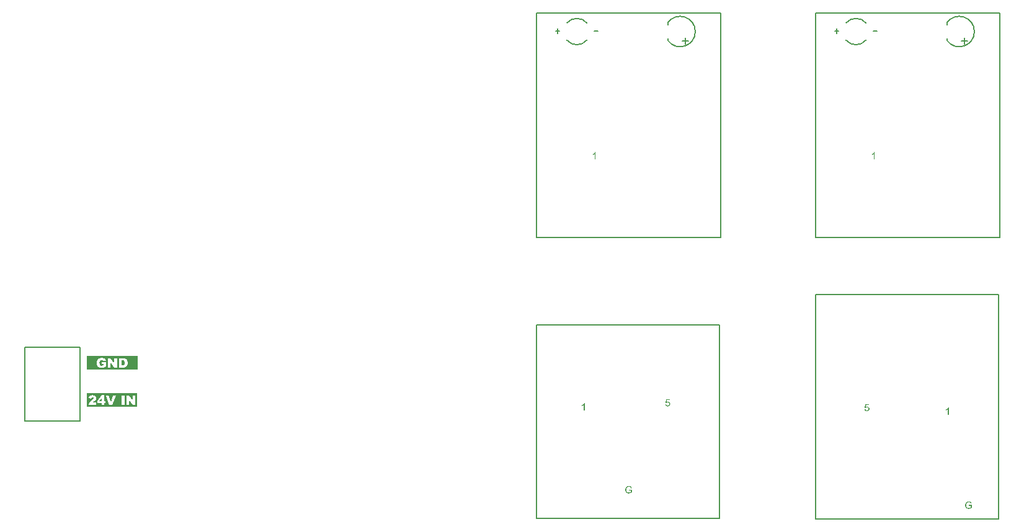
<source format=gto>
G04*
G04 #@! TF.GenerationSoftware,Altium Limited,Altium Designer,24.5.2 (23)*
G04*
G04 Layer_Color=65535*
%FSLAX44Y44*%
%MOMM*%
G71*
G04*
G04 #@! TF.SameCoordinates,BE5CC84F-6731-4C53-AAD9-C32198600D17*
G04*
G04*
G04 #@! TF.FilePolarity,Positive*
G04*
G01*
G75*
%ADD10C,0.1270*%
G36*
X155396Y394957D02*
X86289D01*
Y413335D01*
X155396D01*
Y394957D01*
D02*
G37*
G36*
X155363Y344263D02*
X86071D01*
Y362429D01*
X155363D01*
Y344263D01*
D02*
G37*
G36*
X766030Y339251D02*
X764831D01*
Y346878D01*
X764817Y346863D01*
X764747Y346807D01*
X764662Y346722D01*
X764521Y346624D01*
X764366Y346497D01*
X764169Y346356D01*
X763943Y346201D01*
X763690Y346046D01*
X763676D01*
X763661Y346032D01*
X763577Y345975D01*
X763436Y345905D01*
X763267Y345820D01*
X763069Y345722D01*
X762858Y345623D01*
X762646Y345524D01*
X762435Y345440D01*
Y346595D01*
X762449D01*
X762477Y346624D01*
X762534Y346638D01*
X762604Y346680D01*
X762689Y346722D01*
X762787Y346779D01*
X763027Y346920D01*
X763309Y347075D01*
X763591Y347272D01*
X763887Y347498D01*
X764183Y347737D01*
X764197Y347752D01*
X764211Y347766D01*
X764253Y347808D01*
X764310Y347850D01*
X764437Y347991D01*
X764606Y348160D01*
X764775Y348358D01*
X764958Y348583D01*
X765113Y348809D01*
X765254Y349048D01*
X766030D01*
Y339251D01*
D02*
G37*
G36*
X882232Y353241D02*
X878327D01*
X877806Y350604D01*
X877820Y350619D01*
X877848Y350633D01*
X877890Y350661D01*
X877961Y350703D01*
X878046Y350745D01*
X878144Y350802D01*
X878370Y350914D01*
X878652Y351027D01*
X878962Y351126D01*
X879300Y351197D01*
X879469Y351225D01*
X879779D01*
X879864Y351211D01*
X879977Y351197D01*
X880104Y351182D01*
X880245Y351154D01*
X880400Y351112D01*
X880738Y351013D01*
X880921Y350943D01*
X881105Y350844D01*
X881288Y350745D01*
X881471Y350633D01*
X881640Y350492D01*
X881809Y350337D01*
X881824Y350322D01*
X881852Y350294D01*
X881894Y350252D01*
X881950Y350182D01*
X882021Y350083D01*
X882091Y349984D01*
X882176Y349857D01*
X882261Y349716D01*
X882331Y349561D01*
X882416Y349392D01*
X882486Y349195D01*
X882557Y348997D01*
X882613Y348786D01*
X882655Y348546D01*
X882683Y348307D01*
X882698Y348053D01*
Y348039D01*
Y347996D01*
Y347926D01*
X882683Y347827D01*
X882669Y347715D01*
X882655Y347588D01*
X882627Y347433D01*
X882599Y347277D01*
X882514Y346911D01*
X882373Y346530D01*
X882289Y346333D01*
X882176Y346150D01*
X882063Y345952D01*
X881922Y345769D01*
X881908Y345755D01*
X881880Y345713D01*
X881824Y345656D01*
X881753Y345586D01*
X881654Y345501D01*
X881542Y345388D01*
X881401Y345290D01*
X881245Y345177D01*
X881076Y345064D01*
X880879Y344966D01*
X880668Y344867D01*
X880442Y344768D01*
X880202Y344698D01*
X879934Y344641D01*
X879653Y344599D01*
X879357Y344585D01*
X879230D01*
X879131Y344599D01*
X879018Y344613D01*
X878891Y344627D01*
X878736Y344641D01*
X878581Y344684D01*
X878229Y344768D01*
X877876Y344895D01*
X877693Y344980D01*
X877510Y345078D01*
X877341Y345191D01*
X877171Y345318D01*
X877157Y345332D01*
X877129Y345346D01*
X877101Y345403D01*
X877045Y345459D01*
X876974Y345530D01*
X876904Y345614D01*
X876819Y345727D01*
X876749Y345854D01*
X876664Y345981D01*
X876579Y346136D01*
X876424Y346474D01*
X876298Y346869D01*
X876255Y347080D01*
X876227Y347306D01*
X877482Y347404D01*
Y347390D01*
Y347362D01*
X877496Y347320D01*
X877510Y347249D01*
X877552Y347094D01*
X877608Y346883D01*
X877693Y346671D01*
X877806Y346432D01*
X877947Y346220D01*
X878116Y346023D01*
X878144Y346009D01*
X878201Y345952D01*
X878313Y345882D01*
X878468Y345797D01*
X878638Y345713D01*
X878849Y345642D01*
X879089Y345586D01*
X879357Y345572D01*
X879441D01*
X879498Y345586D01*
X879667Y345600D01*
X879864Y345656D01*
X880104Y345727D01*
X880343Y345840D01*
X880597Y346009D01*
X880710Y346107D01*
X880823Y346220D01*
X880837Y346234D01*
X880851Y346248D01*
X880879Y346291D01*
X880921Y346333D01*
X881020Y346488D01*
X881133Y346685D01*
X881231Y346925D01*
X881330Y347221D01*
X881401Y347574D01*
X881429Y347757D01*
Y347954D01*
Y347968D01*
Y347996D01*
Y348053D01*
X881415Y348123D01*
Y348208D01*
X881401Y348307D01*
X881358Y348532D01*
X881288Y348800D01*
X881189Y349068D01*
X881048Y349322D01*
X880851Y349561D01*
Y349575D01*
X880823Y349589D01*
X880752Y349660D01*
X880625Y349759D01*
X880456Y349871D01*
X880230Y349970D01*
X879977Y350069D01*
X879681Y350139D01*
X879512Y350167D01*
X879244D01*
X879131Y350153D01*
X878990Y350139D01*
X878821Y350097D01*
X878652Y350055D01*
X878468Y349984D01*
X878285Y349900D01*
X878271Y349885D01*
X878215Y349857D01*
X878130Y349787D01*
X878017Y349716D01*
X877905Y349618D01*
X877792Y349491D01*
X877665Y349364D01*
X877566Y349209D01*
X876439Y349364D01*
X877383Y354382D01*
X882232D01*
Y353241D01*
D02*
G37*
G36*
X826508Y236046D02*
X826621D01*
X826889Y236018D01*
X827185Y235976D01*
X827495Y235905D01*
X827833Y235821D01*
X828158Y235708D01*
X828172D01*
X828200Y235694D01*
X828242Y235680D01*
X828299Y235652D01*
X828454Y235567D01*
X828651Y235468D01*
X828863Y235327D01*
X829088Y235158D01*
X829300Y234975D01*
X829497Y234749D01*
X829525Y234721D01*
X829582Y234637D01*
X829666Y234510D01*
X829779Y234326D01*
X829892Y234101D01*
X830019Y233819D01*
X830145Y233509D01*
X830244Y233157D01*
X829074Y232846D01*
Y232860D01*
X829060Y232875D01*
X829046Y232917D01*
X829032Y232973D01*
X828989Y233100D01*
X828933Y233269D01*
X828848Y233467D01*
X828750Y233650D01*
X828651Y233847D01*
X828524Y234016D01*
X828510Y234030D01*
X828468Y234087D01*
X828383Y234157D01*
X828285Y234256D01*
X828158Y234369D01*
X827989Y234482D01*
X827805Y234594D01*
X827594Y234693D01*
X827566Y234707D01*
X827495Y234735D01*
X827368Y234778D01*
X827199Y234834D01*
X827002Y234876D01*
X826776Y234919D01*
X826523Y234947D01*
X826255Y234961D01*
X826100D01*
X826029Y234947D01*
X825945D01*
X825733Y234933D01*
X825493Y234890D01*
X825226Y234848D01*
X824972Y234778D01*
X824718Y234679D01*
X824690Y234665D01*
X824605Y234637D01*
X824492Y234566D01*
X824352Y234496D01*
X824182Y234383D01*
X823999Y234270D01*
X823830Y234129D01*
X823675Y233974D01*
X823661Y233960D01*
X823604Y233904D01*
X823534Y233805D01*
X823449Y233692D01*
X823351Y233551D01*
X823252Y233382D01*
X823153Y233199D01*
X823055Y233001D01*
Y232987D01*
X823040Y232959D01*
X823026Y232917D01*
X822998Y232846D01*
X822970Y232762D01*
X822942Y232663D01*
X822900Y232550D01*
X822871Y232423D01*
X822801Y232127D01*
X822745Y231789D01*
X822702Y231437D01*
X822688Y231042D01*
Y231028D01*
Y230986D01*
Y230915D01*
X822702Y230830D01*
Y230718D01*
X822716Y230577D01*
X822730Y230436D01*
X822745Y230281D01*
X822801Y229928D01*
X822871Y229562D01*
X822984Y229195D01*
X823125Y228843D01*
Y228829D01*
X823153Y228801D01*
X823167Y228758D01*
X823210Y228702D01*
X823308Y228547D01*
X823464Y228349D01*
X823647Y228138D01*
X823872Y227927D01*
X824140Y227729D01*
X824436Y227546D01*
X824450D01*
X824478Y227532D01*
X824521Y227504D01*
X824591Y227475D01*
X824662Y227447D01*
X824760Y227419D01*
X824986Y227334D01*
X825268Y227264D01*
X825578Y227193D01*
X825916Y227137D01*
X826269Y227123D01*
X826410D01*
X826494Y227137D01*
X826579D01*
X826790Y227165D01*
X827044Y227193D01*
X827312Y227250D01*
X827608Y227334D01*
X827904Y227433D01*
X827918D01*
X827946Y227447D01*
X827974Y227461D01*
X828031Y227489D01*
X828186Y227560D01*
X828355Y227645D01*
X828552Y227743D01*
X828764Y227856D01*
X828961Y227983D01*
X829130Y228124D01*
Y229956D01*
X826255D01*
Y231112D01*
X830399D01*
Y227489D01*
X830385Y227475D01*
X830357Y227461D01*
X830301Y227419D01*
X830230Y227363D01*
X830145Y227306D01*
X830047Y227236D01*
X829920Y227151D01*
X829793Y227067D01*
X829497Y226883D01*
X829159Y226686D01*
X828806Y226503D01*
X828426Y226348D01*
X828411D01*
X828383Y226334D01*
X828327Y226319D01*
X828256Y226291D01*
X828158Y226263D01*
X828045Y226221D01*
X827918Y226192D01*
X827791Y226164D01*
X827481Y226094D01*
X827129Y226023D01*
X826748Y225981D01*
X826353Y225967D01*
X826212D01*
X826114Y225981D01*
X825987D01*
X825832Y225995D01*
X825663Y226023D01*
X825479Y226038D01*
X825070Y226122D01*
X824633Y226221D01*
X824182Y226376D01*
X823957Y226460D01*
X823731Y226573D01*
X823717Y226587D01*
X823675Y226601D01*
X823618Y226644D01*
X823534Y226686D01*
X823435Y226756D01*
X823337Y226827D01*
X823069Y227024D01*
X822787Y227278D01*
X822491Y227588D01*
X822209Y227941D01*
X821955Y228349D01*
Y228363D01*
X821927Y228406D01*
X821899Y228462D01*
X821856Y228561D01*
X821814Y228659D01*
X821772Y228801D01*
X821715Y228941D01*
X821659Y229111D01*
X821603Y229294D01*
X821546Y229505D01*
X821504Y229717D01*
X821462Y229942D01*
X821391Y230436D01*
X821363Y230957D01*
Y230971D01*
Y231028D01*
Y231098D01*
X821377Y231197D01*
Y231324D01*
X821391Y231479D01*
X821419Y231634D01*
X821433Y231817D01*
X821476Y232015D01*
X821504Y232226D01*
X821617Y232677D01*
X821758Y233142D01*
X821955Y233608D01*
X821969Y233622D01*
X821983Y233664D01*
X822011Y233720D01*
X822068Y233805D01*
X822124Y233918D01*
X822195Y234030D01*
X822392Y234298D01*
X822632Y234608D01*
X822928Y234904D01*
X823266Y235201D01*
X823464Y235327D01*
X823661Y235454D01*
X823675Y235468D01*
X823717Y235483D01*
X823774Y235511D01*
X823858Y235553D01*
X823971Y235595D01*
X824098Y235652D01*
X824239Y235708D01*
X824408Y235764D01*
X824591Y235821D01*
X824789Y235863D01*
X825000Y235919D01*
X825226Y235962D01*
X825719Y236032D01*
X825973Y236060D01*
X826424D01*
X826508Y236046D01*
D02*
G37*
G36*
X780889Y681959D02*
X779690D01*
Y689585D01*
X779676Y689571D01*
X779606Y689515D01*
X779521Y689430D01*
X779380Y689332D01*
X779225Y689205D01*
X779028Y689064D01*
X778802Y688909D01*
X778549Y688754D01*
X778534D01*
X778520Y688740D01*
X778436Y688683D01*
X778295Y688613D01*
X778126Y688528D01*
X777928Y688429D01*
X777717Y688331D01*
X777505Y688232D01*
X777294Y688148D01*
Y689304D01*
X777308D01*
X777336Y689332D01*
X777393Y689346D01*
X777463Y689388D01*
X777548Y689430D01*
X777646Y689487D01*
X777886Y689628D01*
X778168Y689783D01*
X778450Y689980D01*
X778746Y690206D01*
X779042Y690445D01*
X779056Y690460D01*
X779070Y690474D01*
X779112Y690516D01*
X779169Y690558D01*
X779296Y690699D01*
X779465Y690868D01*
X779634Y691066D01*
X779817Y691291D01*
X779972Y691517D01*
X780113Y691756D01*
X780889D01*
Y681959D01*
D02*
G37*
G36*
X1161889D02*
X1160691D01*
Y689585D01*
X1160676Y689571D01*
X1160606Y689515D01*
X1160521Y689430D01*
X1160380Y689332D01*
X1160225Y689205D01*
X1160028Y689064D01*
X1159802Y688909D01*
X1159549Y688754D01*
X1159535D01*
X1159520Y688740D01*
X1159436Y688683D01*
X1159295Y688613D01*
X1159126Y688528D01*
X1158928Y688429D01*
X1158717Y688331D01*
X1158505Y688232D01*
X1158294Y688148D01*
Y689304D01*
X1158308D01*
X1158336Y689332D01*
X1158393Y689346D01*
X1158463Y689388D01*
X1158548Y689430D01*
X1158646Y689487D01*
X1158886Y689628D01*
X1159168Y689783D01*
X1159450Y689980D01*
X1159746Y690206D01*
X1160042Y690445D01*
X1160056Y690460D01*
X1160070Y690474D01*
X1160113Y690516D01*
X1160169Y690558D01*
X1160296Y690699D01*
X1160465Y690868D01*
X1160634Y691066D01*
X1160817Y691291D01*
X1160972Y691517D01*
X1161113Y691756D01*
X1161889D01*
Y681959D01*
D02*
G37*
G36*
X1262981Y333132D02*
X1261783D01*
Y340759D01*
X1261768Y340744D01*
X1261698Y340688D01*
X1261613Y340603D01*
X1261472Y340505D01*
X1261317Y340378D01*
X1261120Y340237D01*
X1260894Y340082D01*
X1260641Y339927D01*
X1260627D01*
X1260612Y339913D01*
X1260528Y339856D01*
X1260387Y339786D01*
X1260218Y339701D01*
X1260020Y339603D01*
X1259809Y339504D01*
X1259597Y339405D01*
X1259386Y339321D01*
Y340476D01*
X1259400D01*
X1259428Y340505D01*
X1259485Y340519D01*
X1259555Y340561D01*
X1259640Y340603D01*
X1259738Y340660D01*
X1259978Y340801D01*
X1260260Y340956D01*
X1260542Y341153D01*
X1260838Y341379D01*
X1261134Y341618D01*
X1261148Y341632D01*
X1261162Y341647D01*
X1261205Y341689D01*
X1261261Y341731D01*
X1261388Y341872D01*
X1261557Y342041D01*
X1261726Y342239D01*
X1261909Y342464D01*
X1262064Y342690D01*
X1262205Y342929D01*
X1262981D01*
Y333132D01*
D02*
G37*
G36*
X1154139Y346614D02*
X1150235D01*
X1149713Y343977D01*
X1149727Y343992D01*
X1149755Y344006D01*
X1149797Y344034D01*
X1149868Y344076D01*
X1149952Y344118D01*
X1150051Y344175D01*
X1150277Y344288D01*
X1150559Y344400D01*
X1150869Y344499D01*
X1151207Y344570D01*
X1151376Y344598D01*
X1151686D01*
X1151771Y344584D01*
X1151884Y344570D01*
X1152011Y344555D01*
X1152152Y344527D01*
X1152307Y344485D01*
X1152645Y344386D01*
X1152828Y344316D01*
X1153012Y344217D01*
X1153195Y344118D01*
X1153378Y344006D01*
X1153547Y343865D01*
X1153716Y343710D01*
X1153730Y343695D01*
X1153759Y343667D01*
X1153801Y343625D01*
X1153857Y343554D01*
X1153928Y343456D01*
X1153998Y343357D01*
X1154083Y343230D01*
X1154167Y343089D01*
X1154238Y342934D01*
X1154323Y342765D01*
X1154393Y342568D01*
X1154464Y342370D01*
X1154520Y342159D01*
X1154562Y341919D01*
X1154590Y341680D01*
X1154604Y341426D01*
Y341412D01*
Y341370D01*
Y341299D01*
X1154590Y341200D01*
X1154576Y341087D01*
X1154562Y340961D01*
X1154534Y340806D01*
X1154506Y340650D01*
X1154421Y340284D01*
X1154280Y339903D01*
X1154196Y339706D01*
X1154083Y339523D01*
X1153970Y339325D01*
X1153829Y339142D01*
X1153815Y339128D01*
X1153787Y339086D01*
X1153730Y339029D01*
X1153660Y338959D01*
X1153561Y338874D01*
X1153449Y338761D01*
X1153308Y338663D01*
X1153152Y338550D01*
X1152983Y338437D01*
X1152786Y338339D01*
X1152575Y338240D01*
X1152349Y338141D01*
X1152109Y338071D01*
X1151842Y338014D01*
X1151560Y337972D01*
X1151264Y337958D01*
X1151137D01*
X1151038Y337972D01*
X1150925Y337986D01*
X1150798Y338000D01*
X1150643Y338014D01*
X1150488Y338057D01*
X1150136Y338141D01*
X1149783Y338268D01*
X1149600Y338353D01*
X1149417Y338451D01*
X1149248Y338564D01*
X1149079Y338691D01*
X1149064Y338705D01*
X1149036Y338719D01*
X1149008Y338776D01*
X1148952Y338832D01*
X1148881Y338903D01*
X1148811Y338987D01*
X1148726Y339100D01*
X1148656Y339227D01*
X1148571Y339354D01*
X1148486Y339509D01*
X1148331Y339847D01*
X1148204Y340242D01*
X1148162Y340453D01*
X1148134Y340679D01*
X1149389Y340777D01*
Y340763D01*
Y340735D01*
X1149403Y340693D01*
X1149417Y340622D01*
X1149459Y340467D01*
X1149516Y340256D01*
X1149600Y340044D01*
X1149713Y339805D01*
X1149854Y339593D01*
X1150023Y339396D01*
X1150051Y339382D01*
X1150108Y339325D01*
X1150220Y339255D01*
X1150375Y339170D01*
X1150545Y339086D01*
X1150756Y339015D01*
X1150996Y338959D01*
X1151264Y338945D01*
X1151348D01*
X1151404Y338959D01*
X1151574Y338973D01*
X1151771Y339029D01*
X1152011Y339100D01*
X1152250Y339213D01*
X1152504Y339382D01*
X1152617Y339481D01*
X1152730Y339593D01*
X1152744Y339607D01*
X1152758Y339621D01*
X1152786Y339664D01*
X1152828Y339706D01*
X1152927Y339861D01*
X1153040Y340059D01*
X1153138Y340298D01*
X1153237Y340594D01*
X1153308Y340947D01*
X1153336Y341130D01*
Y341327D01*
Y341341D01*
Y341370D01*
Y341426D01*
X1153322Y341496D01*
Y341581D01*
X1153308Y341680D01*
X1153265Y341905D01*
X1153195Y342173D01*
X1153096Y342441D01*
X1152955Y342695D01*
X1152758Y342934D01*
Y342948D01*
X1152730Y342962D01*
X1152659Y343033D01*
X1152532Y343132D01*
X1152363Y343244D01*
X1152138Y343343D01*
X1151884Y343442D01*
X1151588Y343512D01*
X1151419Y343540D01*
X1151151D01*
X1151038Y343526D01*
X1150897Y343512D01*
X1150728Y343470D01*
X1150559Y343428D01*
X1150375Y343357D01*
X1150192Y343273D01*
X1150178Y343259D01*
X1150122Y343230D01*
X1150037Y343160D01*
X1149924Y343089D01*
X1149811Y342991D01*
X1149699Y342864D01*
X1149572Y342737D01*
X1149473Y342582D01*
X1148345Y342737D01*
X1149290Y347755D01*
X1154139D01*
Y346614D01*
D02*
G37*
G36*
X1290439Y214941D02*
X1290552D01*
X1290820Y214913D01*
X1291116Y214871D01*
X1291426Y214800D01*
X1291765Y214716D01*
X1292089Y214603D01*
X1292103D01*
X1292131Y214589D01*
X1292173Y214575D01*
X1292230Y214547D01*
X1292385Y214462D01*
X1292582Y214363D01*
X1292794Y214222D01*
X1293019Y214053D01*
X1293231Y213870D01*
X1293428Y213644D01*
X1293456Y213616D01*
X1293513Y213532D01*
X1293597Y213405D01*
X1293710Y213221D01*
X1293823Y212996D01*
X1293950Y212714D01*
X1294076Y212404D01*
X1294175Y212052D01*
X1293005Y211741D01*
Y211755D01*
X1292991Y211770D01*
X1292977Y211812D01*
X1292963Y211868D01*
X1292921Y211995D01*
X1292864Y212164D01*
X1292780Y212362D01*
X1292681Y212545D01*
X1292582Y212742D01*
X1292455Y212911D01*
X1292441Y212925D01*
X1292399Y212982D01*
X1292314Y213052D01*
X1292216Y213151D01*
X1292089Y213264D01*
X1291920Y213377D01*
X1291736Y213489D01*
X1291525Y213588D01*
X1291497Y213602D01*
X1291426Y213630D01*
X1291299Y213673D01*
X1291130Y213729D01*
X1290933Y213771D01*
X1290707Y213814D01*
X1290453Y213842D01*
X1290186Y213856D01*
X1290031D01*
X1289960Y213842D01*
X1289875D01*
X1289664Y213828D01*
X1289424Y213785D01*
X1289157Y213743D01*
X1288903Y213673D01*
X1288649Y213574D01*
X1288621Y213560D01*
X1288536Y213532D01*
X1288423Y213461D01*
X1288283Y213391D01*
X1288113Y213278D01*
X1287930Y213165D01*
X1287761Y213024D01*
X1287606Y212869D01*
X1287592Y212855D01*
X1287535Y212799D01*
X1287465Y212700D01*
X1287380Y212587D01*
X1287282Y212446D01*
X1287183Y212277D01*
X1287084Y212094D01*
X1286986Y211896D01*
Y211882D01*
X1286971Y211854D01*
X1286957Y211812D01*
X1286929Y211741D01*
X1286901Y211657D01*
X1286873Y211558D01*
X1286831Y211445D01*
X1286802Y211318D01*
X1286732Y211022D01*
X1286676Y210684D01*
X1286633Y210332D01*
X1286619Y209937D01*
Y209923D01*
Y209881D01*
Y209810D01*
X1286633Y209725D01*
Y209613D01*
X1286647Y209472D01*
X1286661Y209331D01*
X1286676Y209176D01*
X1286732Y208823D01*
X1286802Y208457D01*
X1286915Y208090D01*
X1287056Y207738D01*
Y207724D01*
X1287084Y207696D01*
X1287098Y207653D01*
X1287141Y207597D01*
X1287239Y207442D01*
X1287395Y207244D01*
X1287578Y207033D01*
X1287803Y206821D01*
X1288071Y206624D01*
X1288367Y206441D01*
X1288381D01*
X1288409Y206427D01*
X1288452Y206399D01*
X1288522Y206370D01*
X1288593Y206342D01*
X1288691Y206314D01*
X1288917Y206229D01*
X1289199Y206159D01*
X1289509Y206088D01*
X1289847Y206032D01*
X1290200Y206018D01*
X1290341D01*
X1290425Y206032D01*
X1290510D01*
X1290721Y206060D01*
X1290975Y206088D01*
X1291243Y206145D01*
X1291539Y206229D01*
X1291835Y206328D01*
X1291849D01*
X1291877Y206342D01*
X1291906Y206356D01*
X1291962Y206385D01*
X1292117Y206455D01*
X1292286Y206539D01*
X1292484Y206638D01*
X1292695Y206751D01*
X1292892Y206878D01*
X1293061Y207019D01*
Y208851D01*
X1290186D01*
Y210007D01*
X1294330D01*
Y206385D01*
X1294316Y206370D01*
X1294288Y206356D01*
X1294232Y206314D01*
X1294161Y206258D01*
X1294076Y206201D01*
X1293978Y206131D01*
X1293851Y206046D01*
X1293724Y205962D01*
X1293428Y205778D01*
X1293090Y205581D01*
X1292737Y205398D01*
X1292357Y205243D01*
X1292343D01*
X1292314Y205229D01*
X1292258Y205214D01*
X1292187Y205186D01*
X1292089Y205158D01*
X1291976Y205116D01*
X1291849Y205088D01*
X1291722Y205059D01*
X1291412Y204989D01*
X1291060Y204918D01*
X1290679Y204876D01*
X1290284Y204862D01*
X1290143D01*
X1290045Y204876D01*
X1289918D01*
X1289763Y204890D01*
X1289594Y204918D01*
X1289410Y204932D01*
X1289001Y205017D01*
X1288564Y205116D01*
X1288113Y205271D01*
X1287888Y205355D01*
X1287662Y205468D01*
X1287648Y205482D01*
X1287606Y205496D01*
X1287549Y205539D01*
X1287465Y205581D01*
X1287366Y205651D01*
X1287268Y205722D01*
X1287000Y205919D01*
X1286718Y206173D01*
X1286422Y206483D01*
X1286140Y206836D01*
X1285886Y207244D01*
Y207258D01*
X1285858Y207301D01*
X1285830Y207357D01*
X1285787Y207456D01*
X1285745Y207554D01*
X1285703Y207696D01*
X1285646Y207836D01*
X1285590Y208006D01*
X1285534Y208189D01*
X1285477Y208400D01*
X1285435Y208612D01*
X1285393Y208837D01*
X1285322Y209331D01*
X1285294Y209852D01*
Y209866D01*
Y209923D01*
Y209993D01*
X1285308Y210092D01*
Y210219D01*
X1285322Y210374D01*
X1285350Y210529D01*
X1285365Y210712D01*
X1285407Y210910D01*
X1285435Y211121D01*
X1285548Y211572D01*
X1285689Y212037D01*
X1285886Y212503D01*
X1285900Y212517D01*
X1285914Y212559D01*
X1285943Y212615D01*
X1285999Y212700D01*
X1286055Y212813D01*
X1286126Y212925D01*
X1286323Y213193D01*
X1286563Y213503D01*
X1286859Y213799D01*
X1287197Y214095D01*
X1287395Y214222D01*
X1287592Y214349D01*
X1287606Y214363D01*
X1287648Y214377D01*
X1287705Y214406D01*
X1287789Y214448D01*
X1287902Y214490D01*
X1288029Y214547D01*
X1288170Y214603D01*
X1288339Y214659D01*
X1288522Y214716D01*
X1288720Y214758D01*
X1288931Y214814D01*
X1289157Y214857D01*
X1289650Y214927D01*
X1289904Y214956D01*
X1290355D01*
X1290439Y214941D01*
D02*
G37*
%LPC*%
G36*
X107145Y410795D02*
X106604D01*
X105806Y410772D01*
X105453Y410748D01*
X105101Y410701D01*
X104795Y410654D01*
X104513Y410584D01*
X104231Y410537D01*
X103996Y410490D01*
X103785Y410419D01*
X103597Y410372D01*
X103433Y410302D01*
X103292Y410255D01*
X103198Y410231D01*
X103127Y410184D01*
X103080Y410161D01*
X103057D01*
X102469Y409832D01*
X101952Y409456D01*
X101529Y409056D01*
X101153Y408680D01*
X100872Y408328D01*
X100684Y408046D01*
X100613Y407929D01*
X100566Y407858D01*
X100519Y407811D01*
Y407788D01*
X100237Y407177D01*
X100026Y406566D01*
X99861Y405955D01*
X99767Y405391D01*
X99720Y405133D01*
X99697Y404898D01*
X99673Y404686D01*
Y404498D01*
X99650Y404357D01*
Y404146D01*
X99673Y403418D01*
X99767Y402736D01*
X99885Y402125D01*
X99955Y401843D01*
X100049Y401609D01*
X100120Y401374D01*
X100190Y401162D01*
X100237Y400998D01*
X100308Y400857D01*
X100355Y400739D01*
X100402Y400645D01*
X100425Y400598D01*
Y400575D01*
X100754Y400034D01*
X101107Y399565D01*
X101482Y399165D01*
X101835Y398860D01*
X102164Y398601D01*
X102422Y398413D01*
X102516Y398366D01*
X102587Y398319D01*
X102634Y398272D01*
X102657D01*
X103245Y398014D01*
X103855Y397826D01*
X104490Y397685D01*
X105077Y397591D01*
X105359Y397567D01*
X105618Y397544D01*
X105829Y397520D01*
X106040D01*
X106205Y397497D01*
X106416D01*
X107098Y397520D01*
X107709Y397567D01*
X108272Y397638D01*
X108742Y397708D01*
X108930Y397755D01*
X109118Y397779D01*
X109259Y397826D01*
X109400Y397849D01*
X109494Y397873D01*
X109565Y397896D01*
X109612Y397920D01*
X109635D01*
X110152Y398108D01*
X110693Y398366D01*
X111233Y398648D01*
X111726Y398907D01*
X112149Y399165D01*
X112337Y399282D01*
X112478Y399376D01*
X112619Y399447D01*
X112713Y399518D01*
X112760Y399541D01*
X112783Y399565D01*
Y405062D01*
X106628D01*
Y402384D01*
X109306D01*
Y401162D01*
X109024Y400998D01*
X108742Y400857D01*
X108507Y400739D01*
X108296Y400669D01*
X108132Y400598D01*
X108014Y400551D01*
X107920Y400504D01*
X107897D01*
X107450Y400387D01*
X107239Y400363D01*
X107027Y400340D01*
X106863Y400316D01*
X106628D01*
X106135Y400363D01*
X105688Y400457D01*
X105312Y400598D01*
X105007Y400763D01*
X104748Y400927D01*
X104560Y401068D01*
X104466Y401162D01*
X104419Y401209D01*
X104278Y401397D01*
X104161Y401585D01*
X103973Y402055D01*
X103832Y402548D01*
X103738Y403042D01*
X103691Y403488D01*
X103667Y403676D01*
Y403864D01*
X103644Y404005D01*
Y404099D01*
Y404170D01*
Y404193D01*
Y404545D01*
X103667Y404874D01*
X103715Y405180D01*
X103762Y405462D01*
X103832Y405720D01*
X103879Y405955D01*
X104043Y406354D01*
X104184Y406660D01*
X104302Y406895D01*
X104396Y407012D01*
X104419Y407059D01*
X104725Y407365D01*
X105077Y407600D01*
X105430Y407764D01*
X105758Y407858D01*
X106064Y407929D01*
X106299Y407952D01*
X106393Y407976D01*
X106510D01*
X106839Y407952D01*
X107121Y407905D01*
X107356Y407858D01*
X107568Y407788D01*
X107732Y407694D01*
X107873Y407647D01*
X107944Y407600D01*
X107967Y407576D01*
X108155Y407412D01*
X108343Y407247D01*
X108484Y407059D01*
X108601Y406895D01*
X108672Y406730D01*
X108742Y406590D01*
X108789Y406496D01*
Y406472D01*
X112619Y407153D01*
X112478Y407600D01*
X112314Y407999D01*
X112126Y408352D01*
X111961Y408633D01*
X111797Y408868D01*
X111679Y409056D01*
X111585Y409150D01*
X111562Y409197D01*
X111280Y409479D01*
X110998Y409738D01*
X110693Y409949D01*
X110410Y410114D01*
X110176Y410231D01*
X109988Y410325D01*
X109847Y410372D01*
X109823Y410396D01*
X109800D01*
X109588Y410466D01*
X109353Y410537D01*
X108860Y410631D01*
X108320Y410701D01*
X107803Y410748D01*
X107333Y410772D01*
X107145Y410795D01*
D02*
G37*
G36*
X127491Y410584D02*
X123732D01*
Y403441D01*
X118845Y410584D01*
X115156D01*
Y397708D01*
X118892D01*
Y404804D01*
X123732Y397708D01*
X127491D01*
Y410584D01*
D02*
G37*
G36*
X136349D02*
X130170D01*
Y397708D01*
X136067D01*
X136490Y397732D01*
X136889Y397755D01*
X137312Y397802D01*
X137665Y397873D01*
X137994Y397943D01*
X138252Y397990D01*
X138346Y398014D01*
X138417D01*
X138440Y398037D01*
X138464D01*
X138816Y398155D01*
X139145Y398319D01*
X139427Y398484D01*
X139709Y398648D01*
X139920Y398813D01*
X140085Y398954D01*
X140179Y399048D01*
X140226Y399071D01*
X140531Y399376D01*
X140790Y399705D01*
X141025Y400011D01*
X141213Y400316D01*
X141354Y400575D01*
X141447Y400786D01*
X141518Y400927D01*
X141541Y400951D01*
Y400974D01*
X141706Y401444D01*
X141823Y401961D01*
X141917Y402501D01*
X141964Y402995D01*
X142011Y403465D01*
Y403653D01*
X142035Y403840D01*
Y404170D01*
X142011Y404663D01*
X141988Y405109D01*
X141941Y405532D01*
X141870Y405908D01*
X141800Y406213D01*
X141753Y406449D01*
X141729Y406543D01*
Y406613D01*
X141706Y406636D01*
Y406660D01*
X141565Y407083D01*
X141424Y407482D01*
X141259Y407835D01*
X141095Y408140D01*
X140931Y408399D01*
X140813Y408563D01*
X140719Y408680D01*
X140696Y408727D01*
X140414Y409033D01*
X140132Y409315D01*
X139826Y409550D01*
X139544Y409738D01*
X139286Y409902D01*
X139098Y409996D01*
X138957Y410067D01*
X138933Y410090D01*
X138910D01*
X138487Y410255D01*
X138017Y410372D01*
X137547Y410466D01*
X137077Y410513D01*
X136678Y410560D01*
X136514D01*
X136349Y410584D01*
D02*
G37*
%LPD*%
G36*
X135668Y407647D02*
X136138Y407553D01*
X136514Y407435D01*
X136819Y407294D01*
X137054Y407130D01*
X137218Y407012D01*
X137336Y406918D01*
X137359Y406895D01*
X137477Y406730D01*
X137594Y406566D01*
X137759Y406143D01*
X137876Y405673D01*
X137947Y405227D01*
X138017Y404780D01*
Y404592D01*
X138041Y404428D01*
Y404287D01*
Y404193D01*
Y404123D01*
Y404099D01*
X138017Y403559D01*
X137994Y403112D01*
X137947Y402713D01*
X137900Y402407D01*
X137829Y402172D01*
X137782Y402008D01*
X137759Y401890D01*
X137735Y401867D01*
X137618Y401632D01*
X137477Y401421D01*
X137336Y401256D01*
X137195Y401139D01*
X137077Y401021D01*
X136983Y400951D01*
X136913Y400927D01*
X136889Y400904D01*
X136655Y400810D01*
X136396Y400763D01*
X136091Y400716D01*
X135809Y400669D01*
X135527D01*
X135315Y400645D01*
X134141D01*
Y407670D01*
X135127D01*
X135668Y407647D01*
D02*
G37*
%LPC*%
G36*
X152823Y359678D02*
X149063D01*
Y352535D01*
X144176Y359678D01*
X140488D01*
Y346803D01*
X144223D01*
Y353898D01*
X149063Y346803D01*
X152823D01*
Y359678D01*
D02*
G37*
G36*
X126156D02*
X122115D01*
X119248Y350397D01*
X116358Y359678D01*
X112200D01*
X117063Y346803D01*
X121363D01*
X126156Y359678D01*
D02*
G37*
G36*
X137621D02*
X133627D01*
Y346803D01*
X137621D01*
Y359678D01*
D02*
G37*
G36*
X110179Y359889D02*
X107054D01*
X100523Y352136D01*
Y349199D01*
X107054D01*
Y346803D01*
X110179D01*
Y349199D01*
X111800D01*
Y351972D01*
X110179D01*
Y359889D01*
D02*
G37*
G36*
X94367D02*
X94062D01*
X93427Y359866D01*
X92863Y359819D01*
X92370Y359748D01*
X91971Y359654D01*
X91642Y359560D01*
X91407Y359490D01*
X91266Y359443D01*
X91242Y359419D01*
X91219D01*
X90843Y359231D01*
X90537Y359020D01*
X90255Y358809D01*
X90044Y358597D01*
X89856Y358409D01*
X89715Y358268D01*
X89644Y358174D01*
X89621Y358127D01*
X89433Y357775D01*
X89269Y357399D01*
X89151Y357023D01*
X89034Y356647D01*
X88963Y356295D01*
X88916Y356036D01*
X88893Y355919D01*
X88869Y355848D01*
Y355801D01*
Y355778D01*
X92464Y355496D01*
X92534Y355872D01*
X92605Y356177D01*
X92699Y356436D01*
X92793Y356647D01*
X92887Y356811D01*
X92957Y356929D01*
X93004Y356976D01*
X93028Y357000D01*
X93216Y357140D01*
X93404Y357258D01*
X93592Y357328D01*
X93756Y357399D01*
X93921Y357422D01*
X94038Y357446D01*
X94156D01*
X94390Y357422D01*
X94602Y357375D01*
X94790Y357305D01*
X94954Y357234D01*
X95095Y357164D01*
X95189Y357093D01*
X95236Y357047D01*
X95260Y357023D01*
X95401Y356858D01*
X95518Y356694D01*
X95589Y356530D01*
X95659Y356365D01*
X95683Y356224D01*
X95706Y356107D01*
Y356036D01*
Y356013D01*
X95683Y355801D01*
X95636Y355613D01*
X95565Y355402D01*
X95495Y355237D01*
X95401Y355073D01*
X95330Y354955D01*
X95283Y354885D01*
X95260Y354861D01*
X95166Y354744D01*
X95048Y354603D01*
X94766Y354321D01*
X94414Y354039D01*
X94085Y353734D01*
X93756Y353475D01*
X93498Y353264D01*
X93380Y353193D01*
X93310Y353123D01*
X93263Y353099D01*
X93239Y353076D01*
X92769Y352723D01*
X92346Y352394D01*
X91947Y352066D01*
X91595Y351760D01*
X91266Y351455D01*
X90984Y351196D01*
X90725Y350938D01*
X90514Y350703D01*
X90326Y350491D01*
X90138Y350303D01*
X90020Y350139D01*
X89903Y350021D01*
X89809Y349904D01*
X89762Y349833D01*
X89739Y349786D01*
X89715Y349763D01*
X89410Y349246D01*
X89151Y348706D01*
X88963Y348212D01*
X88822Y347766D01*
X88705Y347366D01*
X88681Y347202D01*
X88658Y347061D01*
X88634Y346967D01*
X88611Y346873D01*
Y346803D01*
X99372D01*
Y349716D01*
X93756D01*
X94109Y350021D01*
X94367Y350280D01*
X94461Y350350D01*
X94531Y350421D01*
X94579Y350444D01*
X94602Y350468D01*
X94766Y350609D01*
X94978Y350773D01*
X95236Y350938D01*
X95471Y351102D01*
X95706Y351267D01*
X95894Y351408D01*
X96012Y351502D01*
X96059Y351525D01*
X96388Y351760D01*
X96693Y351995D01*
X96975Y352230D01*
X97233Y352441D01*
X97445Y352653D01*
X97656Y352841D01*
X98009Y353193D01*
X98267Y353475D01*
X98432Y353687D01*
X98549Y353828D01*
X98573Y353875D01*
X98808Y354274D01*
X98972Y354674D01*
X99113Y355073D01*
X99184Y355402D01*
X99230Y355707D01*
X99277Y355942D01*
Y356013D01*
Y356083D01*
Y356107D01*
Y356130D01*
X99254Y356530D01*
X99184Y356906D01*
X99089Y357258D01*
X98972Y357540D01*
X98855Y357798D01*
X98761Y357963D01*
X98690Y358080D01*
X98667Y358127D01*
X98432Y358433D01*
X98150Y358715D01*
X97868Y358926D01*
X97609Y359114D01*
X97374Y359255D01*
X97163Y359372D01*
X97045Y359419D01*
X97022Y359443D01*
X96999D01*
X96575Y359584D01*
X96106Y359701D01*
X95612Y359772D01*
X95142Y359842D01*
X94719Y359866D01*
X94531D01*
X94367Y359889D01*
D02*
G37*
%LPD*%
G36*
X107054Y351972D02*
X103577D01*
X107054Y356036D01*
Y351972D01*
D02*
G37*
D10*
X879299Y844550D02*
G03*
X879299Y868550I16934J12000D01*
G01*
X1260300Y844550D02*
G03*
X1260300Y868550I16934J12000D01*
G01*
X741771Y844677D02*
G03*
X769002Y844878I13529J11873D01*
G01*
Y868222D02*
G03*
X741771Y868423I-13702J-11672D01*
G01*
X1122771Y844677D02*
G03*
X1150002Y844878I13529J11873D01*
G01*
Y868222D02*
G03*
X1122771Y868423I-13702J-11672D01*
G01*
X1778Y324678D02*
Y425262D01*
X77470D01*
Y324678D02*
Y425262D01*
X1778Y324678D02*
X77470D01*
X700182Y191423D02*
Y456356D01*
Y191423D02*
X950164D01*
Y456356D01*
X700182D02*
X950164D01*
X903635Y839747D02*
X903729Y847953D01*
X879299Y844550D02*
Y847185D01*
Y865916D02*
Y868550D01*
X899579Y843897D02*
X907785Y843803D01*
X951300Y575050D02*
Y881558D01*
X700300D02*
X951300D01*
X700300Y575050D02*
Y881558D01*
Y575050D02*
X951300D01*
X1284635Y839747D02*
X1284729Y847953D01*
X1260300Y844550D02*
Y847185D01*
Y865916D02*
Y868550D01*
X1280579Y843897D02*
X1288785Y843803D01*
X1332300Y575050D02*
Y881558D01*
X1081300D02*
X1332300D01*
X1081300Y575050D02*
Y881558D01*
Y575050D02*
X1332300D01*
X726090Y857566D02*
X731678D01*
X728884Y854264D02*
Y860614D01*
X778668Y857566D02*
X784256D01*
X1107090D02*
X1112678D01*
X1109884Y854264D02*
Y860614D01*
X1159668Y857566D02*
X1165256D01*
X1081300Y191100D02*
Y497449D01*
Y191100D02*
X1331283D01*
Y497449D01*
X1081300D02*
X1331283D01*
M02*

</source>
